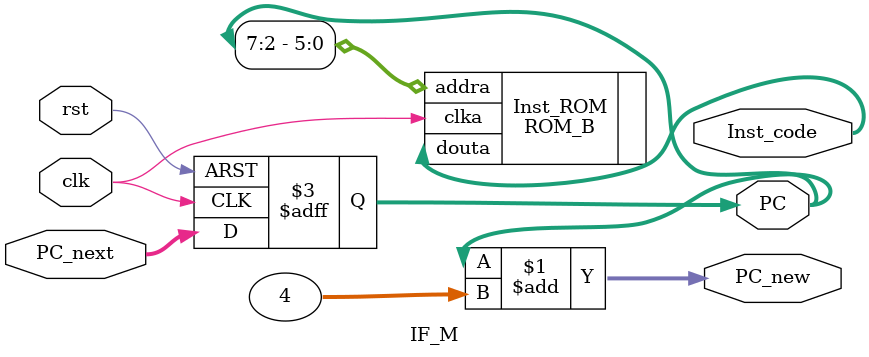
<source format=v>
`timescale 1ns / 1ps
module IF_M(
    input clk,
    input rst,
	 input [31:0] PC_next,
    output [31:0] Inst_code,
	 output reg[31:0] PC,
    output [31:0] PC_new
    );
		
	ROM_B Inst_ROM (
	  .clka(clk), // input clka
	  .addra(PC[7:2]), // input [5 : 0] addra
	  .douta(Inst_code) // output [31 : 0] douta
	);
	
	assign PC_new = PC + 4;
	
	always @(negedge clk or posedge rst)
	begin
		if (rst)
			PC <= 32'h0000_0000;
		else
			PC <= PC_next;
	end;

endmodule

</source>
